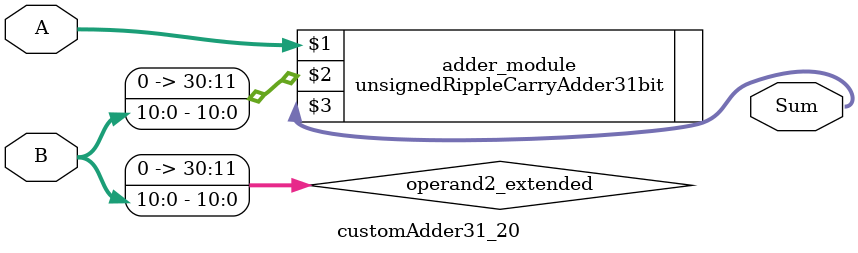
<source format=v>

module customAdder31_20(
                    input [30 : 0] A,
                    input [10 : 0] B,
                    
                    output [31 : 0] Sum
            );

    wire [30 : 0] operand2_extended;
    
    assign operand2_extended =  {20'b0, B};
    
    unsignedRippleCarryAdder31bit adder_module(
        A,
        operand2_extended,
        Sum
    );
    
endmodule
        
</source>
